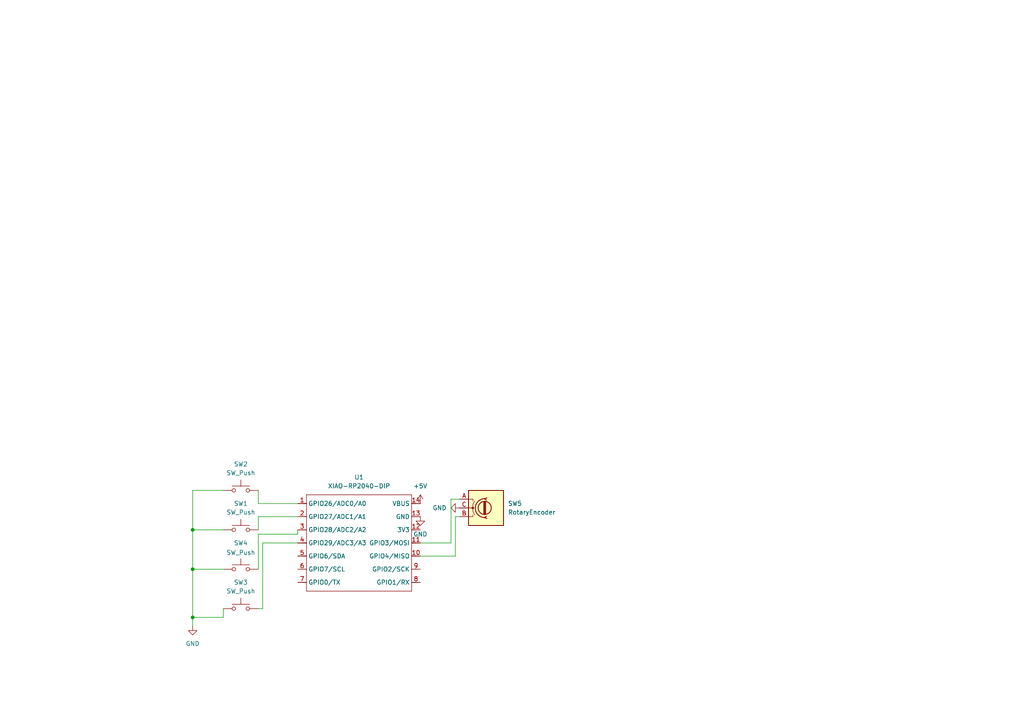
<source format=kicad_sch>
(kicad_sch
	(version 20250114)
	(generator "eeschema")
	(generator_version "9.0")
	(uuid "d75cfdcd-d342-4e0a-b853-da82007d9716")
	(paper "A4")
	(lib_symbols
		(symbol "Device:RotaryEncoder"
			(pin_names
				(offset 0.254)
				(hide yes)
			)
			(exclude_from_sim no)
			(in_bom yes)
			(on_board yes)
			(property "Reference" "SW"
				(at 0 6.604 0)
				(effects
					(font
						(size 1.27 1.27)
					)
				)
			)
			(property "Value" "RotaryEncoder"
				(at 0 -6.604 0)
				(effects
					(font
						(size 1.27 1.27)
					)
				)
			)
			(property "Footprint" ""
				(at -3.81 4.064 0)
				(effects
					(font
						(size 1.27 1.27)
					)
					(hide yes)
				)
			)
			(property "Datasheet" "~"
				(at 0 6.604 0)
				(effects
					(font
						(size 1.27 1.27)
					)
					(hide yes)
				)
			)
			(property "Description" "Rotary encoder, dual channel, incremental quadrate outputs"
				(at 0 0 0)
				(effects
					(font
						(size 1.27 1.27)
					)
					(hide yes)
				)
			)
			(property "ki_keywords" "rotary switch encoder"
				(at 0 0 0)
				(effects
					(font
						(size 1.27 1.27)
					)
					(hide yes)
				)
			)
			(property "ki_fp_filters" "RotaryEncoder*"
				(at 0 0 0)
				(effects
					(font
						(size 1.27 1.27)
					)
					(hide yes)
				)
			)
			(symbol "RotaryEncoder_0_1"
				(rectangle
					(start -5.08 5.08)
					(end 5.08 -5.08)
					(stroke
						(width 0.254)
						(type default)
					)
					(fill
						(type background)
					)
				)
				(polyline
					(pts
						(xy -5.08 2.54) (xy -3.81 2.54) (xy -3.81 2.032)
					)
					(stroke
						(width 0)
						(type default)
					)
					(fill
						(type none)
					)
				)
				(polyline
					(pts
						(xy -5.08 0) (xy -3.81 0) (xy -3.81 -1.016) (xy -3.302 -2.032)
					)
					(stroke
						(width 0)
						(type default)
					)
					(fill
						(type none)
					)
				)
				(polyline
					(pts
						(xy -5.08 -2.54) (xy -3.81 -2.54) (xy -3.81 -2.032)
					)
					(stroke
						(width 0)
						(type default)
					)
					(fill
						(type none)
					)
				)
				(polyline
					(pts
						(xy -4.318 0) (xy -3.81 0) (xy -3.81 1.016) (xy -3.302 2.032)
					)
					(stroke
						(width 0)
						(type default)
					)
					(fill
						(type none)
					)
				)
				(circle
					(center -3.81 0)
					(radius 0.254)
					(stroke
						(width 0)
						(type default)
					)
					(fill
						(type outline)
					)
				)
				(polyline
					(pts
						(xy -0.635 -1.778) (xy -0.635 1.778)
					)
					(stroke
						(width 0.254)
						(type default)
					)
					(fill
						(type none)
					)
				)
				(circle
					(center -0.381 0)
					(radius 1.905)
					(stroke
						(width 0.254)
						(type default)
					)
					(fill
						(type none)
					)
				)
				(polyline
					(pts
						(xy -0.381 -1.778) (xy -0.381 1.778)
					)
					(stroke
						(width 0.254)
						(type default)
					)
					(fill
						(type none)
					)
				)
				(arc
					(start -0.381 -2.794)
					(mid -3.0988 -0.0635)
					(end -0.381 2.667)
					(stroke
						(width 0.254)
						(type default)
					)
					(fill
						(type none)
					)
				)
				(polyline
					(pts
						(xy -0.127 1.778) (xy -0.127 -1.778)
					)
					(stroke
						(width 0.254)
						(type default)
					)
					(fill
						(type none)
					)
				)
				(polyline
					(pts
						(xy 0.254 2.921) (xy -0.508 2.667) (xy 0.127 2.286)
					)
					(stroke
						(width 0.254)
						(type default)
					)
					(fill
						(type none)
					)
				)
				(polyline
					(pts
						(xy 0.254 -3.048) (xy -0.508 -2.794) (xy 0.127 -2.413)
					)
					(stroke
						(width 0.254)
						(type default)
					)
					(fill
						(type none)
					)
				)
			)
			(symbol "RotaryEncoder_1_1"
				(pin passive line
					(at -7.62 2.54 0)
					(length 2.54)
					(name "A"
						(effects
							(font
								(size 1.27 1.27)
							)
						)
					)
					(number "A"
						(effects
							(font
								(size 1.27 1.27)
							)
						)
					)
				)
				(pin passive line
					(at -7.62 0 0)
					(length 2.54)
					(name "C"
						(effects
							(font
								(size 1.27 1.27)
							)
						)
					)
					(number "C"
						(effects
							(font
								(size 1.27 1.27)
							)
						)
					)
				)
				(pin passive line
					(at -7.62 -2.54 0)
					(length 2.54)
					(name "B"
						(effects
							(font
								(size 1.27 1.27)
							)
						)
					)
					(number "B"
						(effects
							(font
								(size 1.27 1.27)
							)
						)
					)
				)
			)
			(embedded_fonts no)
		)
		(symbol "SeedBoom:XIAO-RP2040-DIP"
			(exclude_from_sim no)
			(in_bom yes)
			(on_board yes)
			(property "Reference" "U"
				(at 0 0 0)
				(effects
					(font
						(size 1.27 1.27)
					)
				)
			)
			(property "Value" "XIAO-RP2040-DIP"
				(at 5.334 -1.778 0)
				(effects
					(font
						(size 1.27 1.27)
					)
				)
			)
			(property "Footprint" "Module:MOUDLE14P-XIAO-DIP-SMD"
				(at 14.478 -32.258 0)
				(effects
					(font
						(size 1.27 1.27)
					)
					(hide yes)
				)
			)
			(property "Datasheet" ""
				(at 0 0 0)
				(effects
					(font
						(size 1.27 1.27)
					)
					(hide yes)
				)
			)
			(property "Description" ""
				(at 0 0 0)
				(effects
					(font
						(size 1.27 1.27)
					)
					(hide yes)
				)
			)
			(symbol "XIAO-RP2040-DIP_1_0"
				(polyline
					(pts
						(xy -1.27 -2.54) (xy 29.21 -2.54)
					)
					(stroke
						(width 0.1524)
						(type solid)
					)
					(fill
						(type none)
					)
				)
				(polyline
					(pts
						(xy -1.27 -5.08) (xy -2.54 -5.08)
					)
					(stroke
						(width 0.1524)
						(type solid)
					)
					(fill
						(type none)
					)
				)
				(polyline
					(pts
						(xy -1.27 -5.08) (xy -1.27 -2.54)
					)
					(stroke
						(width 0.1524)
						(type solid)
					)
					(fill
						(type none)
					)
				)
				(polyline
					(pts
						(xy -1.27 -8.89) (xy -2.54 -8.89)
					)
					(stroke
						(width 0.1524)
						(type solid)
					)
					(fill
						(type none)
					)
				)
				(polyline
					(pts
						(xy -1.27 -8.89) (xy -1.27 -5.08)
					)
					(stroke
						(width 0.1524)
						(type solid)
					)
					(fill
						(type none)
					)
				)
				(polyline
					(pts
						(xy -1.27 -12.7) (xy -2.54 -12.7)
					)
					(stroke
						(width 0.1524)
						(type solid)
					)
					(fill
						(type none)
					)
				)
				(polyline
					(pts
						(xy -1.27 -12.7) (xy -1.27 -8.89)
					)
					(stroke
						(width 0.1524)
						(type solid)
					)
					(fill
						(type none)
					)
				)
				(polyline
					(pts
						(xy -1.27 -16.51) (xy -2.54 -16.51)
					)
					(stroke
						(width 0.1524)
						(type solid)
					)
					(fill
						(type none)
					)
				)
				(polyline
					(pts
						(xy -1.27 -16.51) (xy -1.27 -12.7)
					)
					(stroke
						(width 0.1524)
						(type solid)
					)
					(fill
						(type none)
					)
				)
				(polyline
					(pts
						(xy -1.27 -20.32) (xy -2.54 -20.32)
					)
					(stroke
						(width 0.1524)
						(type solid)
					)
					(fill
						(type none)
					)
				)
				(polyline
					(pts
						(xy -1.27 -24.13) (xy -2.54 -24.13)
					)
					(stroke
						(width 0.1524)
						(type solid)
					)
					(fill
						(type none)
					)
				)
				(polyline
					(pts
						(xy -1.27 -27.94) (xy -2.54 -27.94)
					)
					(stroke
						(width 0.1524)
						(type solid)
					)
					(fill
						(type none)
					)
				)
				(polyline
					(pts
						(xy -1.27 -30.48) (xy -1.27 -16.51)
					)
					(stroke
						(width 0.1524)
						(type solid)
					)
					(fill
						(type none)
					)
				)
				(polyline
					(pts
						(xy 29.21 -2.54) (xy 29.21 -5.08)
					)
					(stroke
						(width 0.1524)
						(type solid)
					)
					(fill
						(type none)
					)
				)
				(polyline
					(pts
						(xy 29.21 -5.08) (xy 29.21 -8.89)
					)
					(stroke
						(width 0.1524)
						(type solid)
					)
					(fill
						(type none)
					)
				)
				(polyline
					(pts
						(xy 29.21 -8.89) (xy 29.21 -12.7)
					)
					(stroke
						(width 0.1524)
						(type solid)
					)
					(fill
						(type none)
					)
				)
				(polyline
					(pts
						(xy 29.21 -12.7) (xy 29.21 -30.48)
					)
					(stroke
						(width 0.1524)
						(type solid)
					)
					(fill
						(type none)
					)
				)
				(polyline
					(pts
						(xy 29.21 -30.48) (xy -1.27 -30.48)
					)
					(stroke
						(width 0.1524)
						(type solid)
					)
					(fill
						(type none)
					)
				)
				(polyline
					(pts
						(xy 30.48 -5.08) (xy 29.21 -5.08)
					)
					(stroke
						(width 0.1524)
						(type solid)
					)
					(fill
						(type none)
					)
				)
				(polyline
					(pts
						(xy 30.48 -8.89) (xy 29.21 -8.89)
					)
					(stroke
						(width 0.1524)
						(type solid)
					)
					(fill
						(type none)
					)
				)
				(polyline
					(pts
						(xy 30.48 -12.7) (xy 29.21 -12.7)
					)
					(stroke
						(width 0.1524)
						(type solid)
					)
					(fill
						(type none)
					)
				)
				(polyline
					(pts
						(xy 30.48 -16.51) (xy 29.21 -16.51)
					)
					(stroke
						(width 0.1524)
						(type solid)
					)
					(fill
						(type none)
					)
				)
				(polyline
					(pts
						(xy 30.48 -20.32) (xy 29.21 -20.32)
					)
					(stroke
						(width 0.1524)
						(type solid)
					)
					(fill
						(type none)
					)
				)
				(polyline
					(pts
						(xy 30.48 -24.13) (xy 29.21 -24.13)
					)
					(stroke
						(width 0.1524)
						(type solid)
					)
					(fill
						(type none)
					)
				)
				(polyline
					(pts
						(xy 30.48 -27.94) (xy 29.21 -27.94)
					)
					(stroke
						(width 0.1524)
						(type solid)
					)
					(fill
						(type none)
					)
				)
				(pin passive line
					(at -3.81 -5.08 0)
					(length 2.54)
					(name "GPIO26/ADC0/A0"
						(effects
							(font
								(size 1.27 1.27)
							)
						)
					)
					(number "1"
						(effects
							(font
								(size 1.27 1.27)
							)
						)
					)
				)
				(pin passive line
					(at -3.81 -8.89 0)
					(length 2.54)
					(name "GPIO27/ADC1/A1"
						(effects
							(font
								(size 1.27 1.27)
							)
						)
					)
					(number "2"
						(effects
							(font
								(size 1.27 1.27)
							)
						)
					)
				)
				(pin passive line
					(at -3.81 -12.7 0)
					(length 2.54)
					(name "GPIO28/ADC2/A2"
						(effects
							(font
								(size 1.27 1.27)
							)
						)
					)
					(number "3"
						(effects
							(font
								(size 1.27 1.27)
							)
						)
					)
				)
				(pin passive line
					(at -3.81 -16.51 0)
					(length 2.54)
					(name "GPIO29/ADC3/A3"
						(effects
							(font
								(size 1.27 1.27)
							)
						)
					)
					(number "4"
						(effects
							(font
								(size 1.27 1.27)
							)
						)
					)
				)
				(pin passive line
					(at -3.81 -20.32 0)
					(length 2.54)
					(name "GPIO6/SDA"
						(effects
							(font
								(size 1.27 1.27)
							)
						)
					)
					(number "5"
						(effects
							(font
								(size 1.27 1.27)
							)
						)
					)
				)
				(pin passive line
					(at -3.81 -24.13 0)
					(length 2.54)
					(name "GPIO7/SCL"
						(effects
							(font
								(size 1.27 1.27)
							)
						)
					)
					(number "6"
						(effects
							(font
								(size 1.27 1.27)
							)
						)
					)
				)
				(pin passive line
					(at -3.81 -27.94 0)
					(length 2.54)
					(name "GPIO0/TX"
						(effects
							(font
								(size 1.27 1.27)
							)
						)
					)
					(number "7"
						(effects
							(font
								(size 1.27 1.27)
							)
						)
					)
				)
				(pin passive line
					(at 31.75 -5.08 180)
					(length 2.54)
					(name "VBUS"
						(effects
							(font
								(size 1.27 1.27)
							)
						)
					)
					(number "14"
						(effects
							(font
								(size 1.27 1.27)
							)
						)
					)
				)
				(pin passive line
					(at 31.75 -8.89 180)
					(length 2.54)
					(name "GND"
						(effects
							(font
								(size 1.27 1.27)
							)
						)
					)
					(number "13"
						(effects
							(font
								(size 1.27 1.27)
							)
						)
					)
				)
				(pin passive line
					(at 31.75 -12.7 180)
					(length 2.54)
					(name "3V3"
						(effects
							(font
								(size 1.27 1.27)
							)
						)
					)
					(number "12"
						(effects
							(font
								(size 1.27 1.27)
							)
						)
					)
				)
				(pin passive line
					(at 31.75 -16.51 180)
					(length 2.54)
					(name "GPIO3/MOSI"
						(effects
							(font
								(size 1.27 1.27)
							)
						)
					)
					(number "11"
						(effects
							(font
								(size 1.27 1.27)
							)
						)
					)
				)
				(pin passive line
					(at 31.75 -20.32 180)
					(length 2.54)
					(name "GPIO4/MISO"
						(effects
							(font
								(size 1.27 1.27)
							)
						)
					)
					(number "10"
						(effects
							(font
								(size 1.27 1.27)
							)
						)
					)
				)
				(pin passive line
					(at 31.75 -24.13 180)
					(length 2.54)
					(name "GPIO2/SCK"
						(effects
							(font
								(size 1.27 1.27)
							)
						)
					)
					(number "9"
						(effects
							(font
								(size 1.27 1.27)
							)
						)
					)
				)
				(pin passive line
					(at 31.75 -27.94 180)
					(length 2.54)
					(name "GPIO1/RX"
						(effects
							(font
								(size 1.27 1.27)
							)
						)
					)
					(number "8"
						(effects
							(font
								(size 1.27 1.27)
							)
						)
					)
				)
			)
			(embedded_fonts no)
		)
		(symbol "Switch:SW_Push"
			(pin_numbers
				(hide yes)
			)
			(pin_names
				(offset 1.016)
				(hide yes)
			)
			(exclude_from_sim no)
			(in_bom yes)
			(on_board yes)
			(property "Reference" "SW"
				(at 1.27 2.54 0)
				(effects
					(font
						(size 1.27 1.27)
					)
					(justify left)
				)
			)
			(property "Value" "SW_Push"
				(at 0 -1.524 0)
				(effects
					(font
						(size 1.27 1.27)
					)
				)
			)
			(property "Footprint" ""
				(at 0 5.08 0)
				(effects
					(font
						(size 1.27 1.27)
					)
					(hide yes)
				)
			)
			(property "Datasheet" "~"
				(at 0 5.08 0)
				(effects
					(font
						(size 1.27 1.27)
					)
					(hide yes)
				)
			)
			(property "Description" "Push button switch, generic, two pins"
				(at 0 0 0)
				(effects
					(font
						(size 1.27 1.27)
					)
					(hide yes)
				)
			)
			(property "ki_keywords" "switch normally-open pushbutton push-button"
				(at 0 0 0)
				(effects
					(font
						(size 1.27 1.27)
					)
					(hide yes)
				)
			)
			(symbol "SW_Push_0_1"
				(circle
					(center -2.032 0)
					(radius 0.508)
					(stroke
						(width 0)
						(type default)
					)
					(fill
						(type none)
					)
				)
				(polyline
					(pts
						(xy 0 1.27) (xy 0 3.048)
					)
					(stroke
						(width 0)
						(type default)
					)
					(fill
						(type none)
					)
				)
				(circle
					(center 2.032 0)
					(radius 0.508)
					(stroke
						(width 0)
						(type default)
					)
					(fill
						(type none)
					)
				)
				(polyline
					(pts
						(xy 2.54 1.27) (xy -2.54 1.27)
					)
					(stroke
						(width 0)
						(type default)
					)
					(fill
						(type none)
					)
				)
				(pin passive line
					(at -5.08 0 0)
					(length 2.54)
					(name "1"
						(effects
							(font
								(size 1.27 1.27)
							)
						)
					)
					(number "1"
						(effects
							(font
								(size 1.27 1.27)
							)
						)
					)
				)
				(pin passive line
					(at 5.08 0 180)
					(length 2.54)
					(name "2"
						(effects
							(font
								(size 1.27 1.27)
							)
						)
					)
					(number "2"
						(effects
							(font
								(size 1.27 1.27)
							)
						)
					)
				)
			)
			(embedded_fonts no)
		)
		(symbol "power:+5V"
			(power)
			(pin_numbers
				(hide yes)
			)
			(pin_names
				(offset 0)
				(hide yes)
			)
			(exclude_from_sim no)
			(in_bom yes)
			(on_board yes)
			(property "Reference" "#PWR"
				(at 0 -3.81 0)
				(effects
					(font
						(size 1.27 1.27)
					)
					(hide yes)
				)
			)
			(property "Value" "+5V"
				(at 0 3.556 0)
				(effects
					(font
						(size 1.27 1.27)
					)
				)
			)
			(property "Footprint" ""
				(at 0 0 0)
				(effects
					(font
						(size 1.27 1.27)
					)
					(hide yes)
				)
			)
			(property "Datasheet" ""
				(at 0 0 0)
				(effects
					(font
						(size 1.27 1.27)
					)
					(hide yes)
				)
			)
			(property "Description" "Power symbol creates a global label with name \"+5V\""
				(at 0 0 0)
				(effects
					(font
						(size 1.27 1.27)
					)
					(hide yes)
				)
			)
			(property "ki_keywords" "global power"
				(at 0 0 0)
				(effects
					(font
						(size 1.27 1.27)
					)
					(hide yes)
				)
			)
			(symbol "+5V_0_1"
				(polyline
					(pts
						(xy -0.762 1.27) (xy 0 2.54)
					)
					(stroke
						(width 0)
						(type default)
					)
					(fill
						(type none)
					)
				)
				(polyline
					(pts
						(xy 0 2.54) (xy 0.762 1.27)
					)
					(stroke
						(width 0)
						(type default)
					)
					(fill
						(type none)
					)
				)
				(polyline
					(pts
						(xy 0 0) (xy 0 2.54)
					)
					(stroke
						(width 0)
						(type default)
					)
					(fill
						(type none)
					)
				)
			)
			(symbol "+5V_1_1"
				(pin power_in line
					(at 0 0 90)
					(length 0)
					(name "~"
						(effects
							(font
								(size 1.27 1.27)
							)
						)
					)
					(number "1"
						(effects
							(font
								(size 1.27 1.27)
							)
						)
					)
				)
			)
			(embedded_fonts no)
		)
		(symbol "power:GND"
			(power)
			(pin_numbers
				(hide yes)
			)
			(pin_names
				(offset 0)
				(hide yes)
			)
			(exclude_from_sim no)
			(in_bom yes)
			(on_board yes)
			(property "Reference" "#PWR"
				(at 0 -6.35 0)
				(effects
					(font
						(size 1.27 1.27)
					)
					(hide yes)
				)
			)
			(property "Value" "GND"
				(at 0 -3.81 0)
				(effects
					(font
						(size 1.27 1.27)
					)
				)
			)
			(property "Footprint" ""
				(at 0 0 0)
				(effects
					(font
						(size 1.27 1.27)
					)
					(hide yes)
				)
			)
			(property "Datasheet" ""
				(at 0 0 0)
				(effects
					(font
						(size 1.27 1.27)
					)
					(hide yes)
				)
			)
			(property "Description" "Power symbol creates a global label with name \"GND\" , ground"
				(at 0 0 0)
				(effects
					(font
						(size 1.27 1.27)
					)
					(hide yes)
				)
			)
			(property "ki_keywords" "global power"
				(at 0 0 0)
				(effects
					(font
						(size 1.27 1.27)
					)
					(hide yes)
				)
			)
			(symbol "GND_0_1"
				(polyline
					(pts
						(xy 0 0) (xy 0 -1.27) (xy 1.27 -1.27) (xy 0 -2.54) (xy -1.27 -1.27) (xy 0 -1.27)
					)
					(stroke
						(width 0)
						(type default)
					)
					(fill
						(type none)
					)
				)
			)
			(symbol "GND_1_1"
				(pin power_in line
					(at 0 0 270)
					(length 0)
					(name "~"
						(effects
							(font
								(size 1.27 1.27)
							)
						)
					)
					(number "1"
						(effects
							(font
								(size 1.27 1.27)
							)
						)
					)
				)
			)
			(embedded_fonts no)
		)
	)
	(junction
		(at 55.88 153.67)
		(diameter 0)
		(color 0 0 0 0)
		(uuid "53999ab2-e54a-495d-a0bb-d071c5754b3e")
	)
	(junction
		(at 55.88 179.07)
		(diameter 0)
		(color 0 0 0 0)
		(uuid "f21b50f6-694b-4acf-9925-be818227da44")
	)
	(junction
		(at 55.88 165.1)
		(diameter 0)
		(color 0 0 0 0)
		(uuid "f3160502-cee4-4f6e-835f-440a0618fe1f")
	)
	(wire
		(pts
			(xy 86.36 149.86) (xy 74.93 149.86)
		)
		(stroke
			(width 0)
			(type default)
		)
		(uuid "044546c8-f8de-46d5-9981-4c43fa607daf")
	)
	(wire
		(pts
			(xy 55.88 153.67) (xy 64.77 153.67)
		)
		(stroke
			(width 0)
			(type default)
		)
		(uuid "115b7c9e-d33d-45e4-a9db-6c067ece7874")
	)
	(wire
		(pts
			(xy 74.93 149.86) (xy 74.93 153.67)
		)
		(stroke
			(width 0)
			(type default)
		)
		(uuid "13b29a48-ec58-486a-920b-426e83042ef0")
	)
	(wire
		(pts
			(xy 132.08 149.86) (xy 133.35 149.86)
		)
		(stroke
			(width 0)
			(type default)
		)
		(uuid "23c9793e-768e-4d1a-810f-7d41846eaa3f")
	)
	(wire
		(pts
			(xy 55.88 142.24) (xy 55.88 153.67)
		)
		(stroke
			(width 0)
			(type default)
		)
		(uuid "29fe09f5-1e0d-49e6-b510-a82e13352b1a")
	)
	(wire
		(pts
			(xy 76.2 157.48) (xy 76.2 176.53)
		)
		(stroke
			(width 0)
			(type default)
		)
		(uuid "34a47144-24df-4740-afec-429dfa0e6762")
	)
	(wire
		(pts
			(xy 74.93 142.24) (xy 74.93 146.05)
		)
		(stroke
			(width 0)
			(type default)
		)
		(uuid "38be5dec-0add-4c99-9160-996c65074afe")
	)
	(wire
		(pts
			(xy 55.88 179.07) (xy 64.77 179.07)
		)
		(stroke
			(width 0)
			(type default)
		)
		(uuid "3d82f99b-5572-488b-87a9-72980d17f7c2")
	)
	(wire
		(pts
			(xy 55.88 179.07) (xy 55.88 181.61)
		)
		(stroke
			(width 0)
			(type default)
		)
		(uuid "46b874cd-6d70-4cea-8e4c-4c2c8e79e64d")
	)
	(wire
		(pts
			(xy 74.93 165.1) (xy 74.93 154.94)
		)
		(stroke
			(width 0)
			(type default)
		)
		(uuid "49d8b2f2-503f-4ac2-9dea-8e389a3d1229")
	)
	(wire
		(pts
			(xy 74.93 154.94) (xy 86.36 154.94)
		)
		(stroke
			(width 0)
			(type default)
		)
		(uuid "563fb0ef-62ab-465a-a128-c0fd05a0746b")
	)
	(wire
		(pts
			(xy 130.81 144.78) (xy 133.35 144.78)
		)
		(stroke
			(width 0)
			(type default)
		)
		(uuid "570888ee-341f-40fe-b354-040215a4310d")
	)
	(wire
		(pts
			(xy 86.36 157.48) (xy 76.2 157.48)
		)
		(stroke
			(width 0)
			(type default)
		)
		(uuid "60a54da7-7e68-4e47-b406-22a7d69ef864")
	)
	(wire
		(pts
			(xy 121.92 157.48) (xy 130.81 157.48)
		)
		(stroke
			(width 0)
			(type default)
		)
		(uuid "6b51372e-6b47-418a-8cae-5993f32c4abc")
	)
	(wire
		(pts
			(xy 64.77 165.1) (xy 55.88 165.1)
		)
		(stroke
			(width 0)
			(type default)
		)
		(uuid "7567b0e3-b646-4c5d-8f07-4a5a4beca4b5")
	)
	(wire
		(pts
			(xy 74.93 176.53) (xy 76.2 176.53)
		)
		(stroke
			(width 0)
			(type default)
		)
		(uuid "800b9798-eee6-4405-97ed-f2c757ae4f00")
	)
	(wire
		(pts
			(xy 55.88 153.67) (xy 55.88 165.1)
		)
		(stroke
			(width 0)
			(type default)
		)
		(uuid "8b30abef-26ea-4b30-afd6-7e486928fc14")
	)
	(wire
		(pts
			(xy 64.77 179.07) (xy 64.77 176.53)
		)
		(stroke
			(width 0)
			(type default)
		)
		(uuid "b01b589a-f793-4c17-93d0-2b7ff5698730")
	)
	(wire
		(pts
			(xy 55.88 165.1) (xy 55.88 179.07)
		)
		(stroke
			(width 0)
			(type default)
		)
		(uuid "b304a20a-2ffe-40d3-9af4-7a68417c6b78")
	)
	(wire
		(pts
			(xy 86.36 154.94) (xy 86.36 153.67)
		)
		(stroke
			(width 0)
			(type default)
		)
		(uuid "c690e5ae-8110-4617-848d-e88edffbfc18")
	)
	(wire
		(pts
			(xy 130.81 157.48) (xy 130.81 144.78)
		)
		(stroke
			(width 0)
			(type default)
		)
		(uuid "c8187b94-0828-40c0-ab8a-25ce12a1344c")
	)
	(wire
		(pts
			(xy 132.08 161.29) (xy 132.08 149.86)
		)
		(stroke
			(width 0)
			(type default)
		)
		(uuid "e52f95ae-5cd2-44b3-8daf-2d41263f94c5")
	)
	(wire
		(pts
			(xy 64.77 142.24) (xy 55.88 142.24)
		)
		(stroke
			(width 0)
			(type default)
		)
		(uuid "ecd1bfe9-1c1c-4c39-9fd4-0ed32fb3b38c")
	)
	(wire
		(pts
			(xy 121.92 161.29) (xy 132.08 161.29)
		)
		(stroke
			(width 0)
			(type default)
		)
		(uuid "fc094749-c769-4bb6-9d02-42da778feb32")
	)
	(wire
		(pts
			(xy 74.93 146.05) (xy 86.36 146.05)
		)
		(stroke
			(width 0)
			(type default)
		)
		(uuid "fc2c6235-86a6-49f6-9be2-2413f5862ba0")
	)
	(symbol
		(lib_id "Switch:SW_Push")
		(at 69.85 176.53 0)
		(unit 1)
		(exclude_from_sim no)
		(in_bom yes)
		(on_board yes)
		(dnp no)
		(fields_autoplaced yes)
		(uuid "2975f4bd-1ed0-41b8-8e83-6aa97d6d242c")
		(property "Reference" "SW3"
			(at 69.85 168.91 0)
			(effects
				(font
					(size 1.27 1.27)
				)
			)
		)
		(property "Value" "SW_Push"
			(at 69.85 171.45 0)
			(effects
				(font
					(size 1.27 1.27)
				)
			)
		)
		(property "Footprint" "Button_Switch_Keyboard:SW_Cherry_MX_1.00u_PCB"
			(at 69.85 171.45 0)
			(effects
				(font
					(size 1.27 1.27)
				)
				(hide yes)
			)
		)
		(property "Datasheet" "~"
			(at 69.85 171.45 0)
			(effects
				(font
					(size 1.27 1.27)
				)
				(hide yes)
			)
		)
		(property "Description" "Push button switch, generic, two pins"
			(at 69.85 176.53 0)
			(effects
				(font
					(size 1.27 1.27)
				)
				(hide yes)
			)
		)
		(pin "2"
			(uuid "fa081911-f95a-42cf-a43f-c1e3be4828f8")
		)
		(pin "1"
			(uuid "c037dab9-7a0c-4d50-863a-ebbd73ac1847")
		)
		(instances
			(project "Kicadproject1"
				(path "/d75cfdcd-d342-4e0a-b853-da82007d9716"
					(reference "SW3")
					(unit 1)
				)
			)
		)
	)
	(symbol
		(lib_id "Switch:SW_Push")
		(at 69.85 153.67 0)
		(unit 1)
		(exclude_from_sim no)
		(in_bom yes)
		(on_board yes)
		(dnp no)
		(fields_autoplaced yes)
		(uuid "3a153b3f-6bc3-4872-a107-c310998f0d1f")
		(property "Reference" "SW1"
			(at 69.85 146.05 0)
			(effects
				(font
					(size 1.27 1.27)
				)
			)
		)
		(property "Value" "SW_Push"
			(at 69.85 148.59 0)
			(effects
				(font
					(size 1.27 1.27)
				)
			)
		)
		(property "Footprint" "Button_Switch_Keyboard:SW_Cherry_MX_1.00u_PCB"
			(at 69.85 148.59 0)
			(effects
				(font
					(size 1.27 1.27)
				)
				(hide yes)
			)
		)
		(property "Datasheet" "~"
			(at 69.85 148.59 0)
			(effects
				(font
					(size 1.27 1.27)
				)
				(hide yes)
			)
		)
		(property "Description" "Push button switch, generic, two pins"
			(at 69.85 153.67 0)
			(effects
				(font
					(size 1.27 1.27)
				)
				(hide yes)
			)
		)
		(pin "1"
			(uuid "b666be0f-8a50-40a4-af67-48b53947ebce")
		)
		(pin "2"
			(uuid "3ff771c6-3f4f-4ffa-be3b-ed7b65ffb85e")
		)
		(instances
			(project ""
				(path "/d75cfdcd-d342-4e0a-b853-da82007d9716"
					(reference "SW1")
					(unit 1)
				)
			)
		)
	)
	(symbol
		(lib_id "power:+5V")
		(at 121.92 146.05 0)
		(unit 1)
		(exclude_from_sim no)
		(in_bom yes)
		(on_board yes)
		(dnp no)
		(fields_autoplaced yes)
		(uuid "481770da-75c4-4c90-80ae-40c2b8fb54b6")
		(property "Reference" "#PWR02"
			(at 121.92 149.86 0)
			(effects
				(font
					(size 1.27 1.27)
				)
				(hide yes)
			)
		)
		(property "Value" "+5V"
			(at 121.92 140.97 0)
			(effects
				(font
					(size 1.27 1.27)
				)
			)
		)
		(property "Footprint" ""
			(at 121.92 146.05 0)
			(effects
				(font
					(size 1.27 1.27)
				)
				(hide yes)
			)
		)
		(property "Datasheet" ""
			(at 121.92 146.05 0)
			(effects
				(font
					(size 1.27 1.27)
				)
				(hide yes)
			)
		)
		(property "Description" "Power symbol creates a global label with name \"+5V\""
			(at 121.92 146.05 0)
			(effects
				(font
					(size 1.27 1.27)
				)
				(hide yes)
			)
		)
		(pin "1"
			(uuid "abed5152-459b-4a9b-a0d1-41e06611e1a4")
		)
		(instances
			(project ""
				(path "/d75cfdcd-d342-4e0a-b853-da82007d9716"
					(reference "#PWR02")
					(unit 1)
				)
			)
		)
	)
	(symbol
		(lib_id "Device:RotaryEncoder")
		(at 140.97 147.32 0)
		(unit 1)
		(exclude_from_sim no)
		(in_bom yes)
		(on_board yes)
		(dnp no)
		(fields_autoplaced yes)
		(uuid "66654836-c5b8-43f2-8a60-c15e1ecdb44e")
		(property "Reference" "SW5"
			(at 147.32 146.0499 0)
			(effects
				(font
					(size 1.27 1.27)
				)
				(justify left)
			)
		)
		(property "Value" "RotaryEncoder"
			(at 147.32 148.5899 0)
			(effects
				(font
					(size 1.27 1.27)
				)
				(justify left)
			)
		)
		(property "Footprint" "Rotary_Encoder:RotaryEncoder_Alps_EC11E_Vertical_H20mm"
			(at 137.16 143.256 0)
			(effects
				(font
					(size 1.27 1.27)
				)
				(hide yes)
			)
		)
		(property "Datasheet" "~"
			(at 140.97 140.716 0)
			(effects
				(font
					(size 1.27 1.27)
				)
				(hide yes)
			)
		)
		(property "Description" "Rotary encoder, dual channel, incremental quadrate outputs"
			(at 140.97 147.32 0)
			(effects
				(font
					(size 1.27 1.27)
				)
				(hide yes)
			)
		)
		(pin "A"
			(uuid "da042efa-625e-4c1c-a474-2b2462070025")
		)
		(pin "C"
			(uuid "d94875e5-59ac-4e28-8b99-5539f2df4be5")
		)
		(pin "B"
			(uuid "6aa9a125-0dc9-4650-9861-e160833c1104")
		)
		(instances
			(project ""
				(path "/d75cfdcd-d342-4e0a-b853-da82007d9716"
					(reference "SW5")
					(unit 1)
				)
			)
		)
	)
	(symbol
		(lib_id "power:GND")
		(at 121.92 149.86 0)
		(unit 1)
		(exclude_from_sim no)
		(in_bom yes)
		(on_board yes)
		(dnp no)
		(fields_autoplaced yes)
		(uuid "845d04aa-3f32-4c1b-8c76-0856894e088a")
		(property "Reference" "#PWR03"
			(at 121.92 156.21 0)
			(effects
				(font
					(size 1.27 1.27)
				)
				(hide yes)
			)
		)
		(property "Value" "GND"
			(at 121.92 154.94 0)
			(effects
				(font
					(size 1.27 1.27)
				)
			)
		)
		(property "Footprint" ""
			(at 121.92 149.86 0)
			(effects
				(font
					(size 1.27 1.27)
				)
				(hide yes)
			)
		)
		(property "Datasheet" ""
			(at 121.92 149.86 0)
			(effects
				(font
					(size 1.27 1.27)
				)
				(hide yes)
			)
		)
		(property "Description" "Power symbol creates a global label with name \"GND\" , ground"
			(at 121.92 149.86 0)
			(effects
				(font
					(size 1.27 1.27)
				)
				(hide yes)
			)
		)
		(pin "1"
			(uuid "dc779603-8097-4762-9bd2-af91718d535d")
		)
		(instances
			(project ""
				(path "/d75cfdcd-d342-4e0a-b853-da82007d9716"
					(reference "#PWR03")
					(unit 1)
				)
			)
		)
	)
	(symbol
		(lib_id "Switch:SW_Push")
		(at 69.85 165.1 0)
		(unit 1)
		(exclude_from_sim no)
		(in_bom yes)
		(on_board yes)
		(dnp no)
		(uuid "9b209178-110c-4257-9be0-e24f2350660f")
		(property "Reference" "SW4"
			(at 69.85 157.48 0)
			(effects
				(font
					(size 1.27 1.27)
				)
			)
		)
		(property "Value" "SW_Push"
			(at 69.85 160.274 0)
			(effects
				(font
					(size 1.27 1.27)
				)
			)
		)
		(property "Footprint" "Button_Switch_Keyboard:SW_Cherry_MX_1.00u_PCB"
			(at 69.85 160.02 0)
			(effects
				(font
					(size 1.27 1.27)
				)
				(hide yes)
			)
		)
		(property "Datasheet" "~"
			(at 69.85 160.02 0)
			(effects
				(font
					(size 1.27 1.27)
				)
				(hide yes)
			)
		)
		(property "Description" "Push button switch, generic, two pins"
			(at 69.85 165.1 0)
			(effects
				(font
					(size 1.27 1.27)
				)
				(hide yes)
			)
		)
		(pin "2"
			(uuid "1734b111-f98f-4a91-b8db-0a0ddfffb31c")
		)
		(pin "1"
			(uuid "e7dfc302-86d3-44fd-9258-df5b087fd5fd")
		)
		(instances
			(project "Kicadproject1"
				(path "/d75cfdcd-d342-4e0a-b853-da82007d9716"
					(reference "SW4")
					(unit 1)
				)
			)
		)
	)
	(symbol
		(lib_id "SeedBoom:XIAO-RP2040-DIP")
		(at 90.17 140.97 0)
		(unit 1)
		(exclude_from_sim no)
		(in_bom yes)
		(on_board yes)
		(dnp no)
		(fields_autoplaced yes)
		(uuid "9c4c9635-363f-45cd-81eb-78449ce16fdc")
		(property "Reference" "U1"
			(at 104.14 138.43 0)
			(effects
				(font
					(size 1.27 1.27)
				)
			)
		)
		(property "Value" "XIAO-RP2040-DIP"
			(at 104.14 140.97 0)
			(effects
				(font
					(size 1.27 1.27)
				)
			)
		)
		(property "Footprint" "gerbert:XIAO-RP2040-DIP"
			(at 104.648 173.228 0)
			(effects
				(font
					(size 1.27 1.27)
				)
				(hide yes)
			)
		)
		(property "Datasheet" ""
			(at 90.17 140.97 0)
			(effects
				(font
					(size 1.27 1.27)
				)
				(hide yes)
			)
		)
		(property "Description" ""
			(at 90.17 140.97 0)
			(effects
				(font
					(size 1.27 1.27)
				)
				(hide yes)
			)
		)
		(pin "7"
			(uuid "0e64e897-31df-4278-998d-6bd892fed96f")
		)
		(pin "2"
			(uuid "23ddd972-adb5-4f6f-8a74-8ba5a80d4d3e")
		)
		(pin "3"
			(uuid "b3f715c8-9041-448b-a568-11f606800c04")
		)
		(pin "13"
			(uuid "39e90584-ddf3-41ce-b754-cdac16621c18")
		)
		(pin "1"
			(uuid "4ee98851-16be-4397-900e-d19a2ccab3f2")
		)
		(pin "4"
			(uuid "6f4b33f5-cdc6-4bd8-8896-86dc4d40ce26")
		)
		(pin "14"
			(uuid "9cdaa08c-8539-440d-9735-7720934602e4")
		)
		(pin "8"
			(uuid "81655288-1738-4ebb-8c17-49de31168a7b")
		)
		(pin "12"
			(uuid "5f4fcdb8-7252-4303-b83b-fec2683006a6")
		)
		(pin "9"
			(uuid "e375b661-74e2-492d-8c57-82ed3cd7303f")
		)
		(pin "5"
			(uuid "4254c6e3-2e9b-4fbd-af65-8373c82117b9")
		)
		(pin "6"
			(uuid "adedbc84-a769-4104-8be2-fc06129c499e")
		)
		(pin "11"
			(uuid "17b0bdf1-f6f9-43e0-8b23-2644887d5d17")
		)
		(pin "10"
			(uuid "3d7ec6bd-941b-4338-ab51-885907f29bb5")
		)
		(instances
			(project ""
				(path "/d75cfdcd-d342-4e0a-b853-da82007d9716"
					(reference "U1")
					(unit 1)
				)
			)
		)
	)
	(symbol
		(lib_id "power:GND")
		(at 55.88 181.61 0)
		(unit 1)
		(exclude_from_sim no)
		(in_bom yes)
		(on_board yes)
		(dnp no)
		(fields_autoplaced yes)
		(uuid "b516f301-f3fc-4d1f-aad2-73ad8e7d37ac")
		(property "Reference" "#PWR01"
			(at 55.88 187.96 0)
			(effects
				(font
					(size 1.27 1.27)
				)
				(hide yes)
			)
		)
		(property "Value" "GND"
			(at 55.88 186.69 0)
			(effects
				(font
					(size 1.27 1.27)
				)
			)
		)
		(property "Footprint" ""
			(at 55.88 181.61 0)
			(effects
				(font
					(size 1.27 1.27)
				)
				(hide yes)
			)
		)
		(property "Datasheet" ""
			(at 55.88 181.61 0)
			(effects
				(font
					(size 1.27 1.27)
				)
				(hide yes)
			)
		)
		(property "Description" "Power symbol creates a global label with name \"GND\" , ground"
			(at 55.88 181.61 0)
			(effects
				(font
					(size 1.27 1.27)
				)
				(hide yes)
			)
		)
		(pin "1"
			(uuid "88d7c7b3-3982-4380-871b-a2fddf096a11")
		)
		(instances
			(project ""
				(path "/d75cfdcd-d342-4e0a-b853-da82007d9716"
					(reference "#PWR01")
					(unit 1)
				)
			)
		)
	)
	(symbol
		(lib_id "power:GND")
		(at 133.35 147.32 270)
		(unit 1)
		(exclude_from_sim no)
		(in_bom yes)
		(on_board yes)
		(dnp no)
		(fields_autoplaced yes)
		(uuid "c62a621f-8a19-469b-b84a-c7028b14b36e")
		(property "Reference" "#PWR04"
			(at 127 147.32 0)
			(effects
				(font
					(size 1.27 1.27)
				)
				(hide yes)
			)
		)
		(property "Value" "GND"
			(at 129.54 147.3199 90)
			(effects
				(font
					(size 1.27 1.27)
				)
				(justify right)
			)
		)
		(property "Footprint" ""
			(at 133.35 147.32 0)
			(effects
				(font
					(size 1.27 1.27)
				)
				(hide yes)
			)
		)
		(property "Datasheet" ""
			(at 133.35 147.32 0)
			(effects
				(font
					(size 1.27 1.27)
				)
				(hide yes)
			)
		)
		(property "Description" "Power symbol creates a global label with name \"GND\" , ground"
			(at 133.35 147.32 0)
			(effects
				(font
					(size 1.27 1.27)
				)
				(hide yes)
			)
		)
		(pin "1"
			(uuid "fc903964-9ba7-4fb2-b4cd-e9ad4d2fc0e2")
		)
		(instances
			(project ""
				(path "/d75cfdcd-d342-4e0a-b853-da82007d9716"
					(reference "#PWR04")
					(unit 1)
				)
			)
		)
	)
	(symbol
		(lib_id "Switch:SW_Push")
		(at 69.85 142.24 0)
		(unit 1)
		(exclude_from_sim no)
		(in_bom yes)
		(on_board yes)
		(dnp no)
		(fields_autoplaced yes)
		(uuid "d97efd0e-0371-406a-8086-76da1a4ef2a2")
		(property "Reference" "SW2"
			(at 69.85 134.62 0)
			(effects
				(font
					(size 1.27 1.27)
				)
			)
		)
		(property "Value" "SW_Push"
			(at 69.85 137.16 0)
			(effects
				(font
					(size 1.27 1.27)
				)
			)
		)
		(property "Footprint" "Button_Switch_Keyboard:SW_Cherry_MX_1.00u_PCB"
			(at 69.85 137.16 0)
			(effects
				(font
					(size 1.27 1.27)
				)
				(hide yes)
			)
		)
		(property "Datasheet" "~"
			(at 69.85 137.16 0)
			(effects
				(font
					(size 1.27 1.27)
				)
				(hide yes)
			)
		)
		(property "Description" "Push button switch, generic, two pins"
			(at 69.85 142.24 0)
			(effects
				(font
					(size 1.27 1.27)
				)
				(hide yes)
			)
		)
		(pin "2"
			(uuid "c0d4afb8-5b6f-41da-974e-3b2ec99283e1")
		)
		(pin "1"
			(uuid "0165b1eb-275c-49ab-acad-f7658cd627e6")
		)
		(instances
			(project ""
				(path "/d75cfdcd-d342-4e0a-b853-da82007d9716"
					(reference "SW2")
					(unit 1)
				)
			)
		)
	)
	(sheet_instances
		(path "/"
			(page "1")
		)
	)
	(embedded_fonts no)
)

</source>
